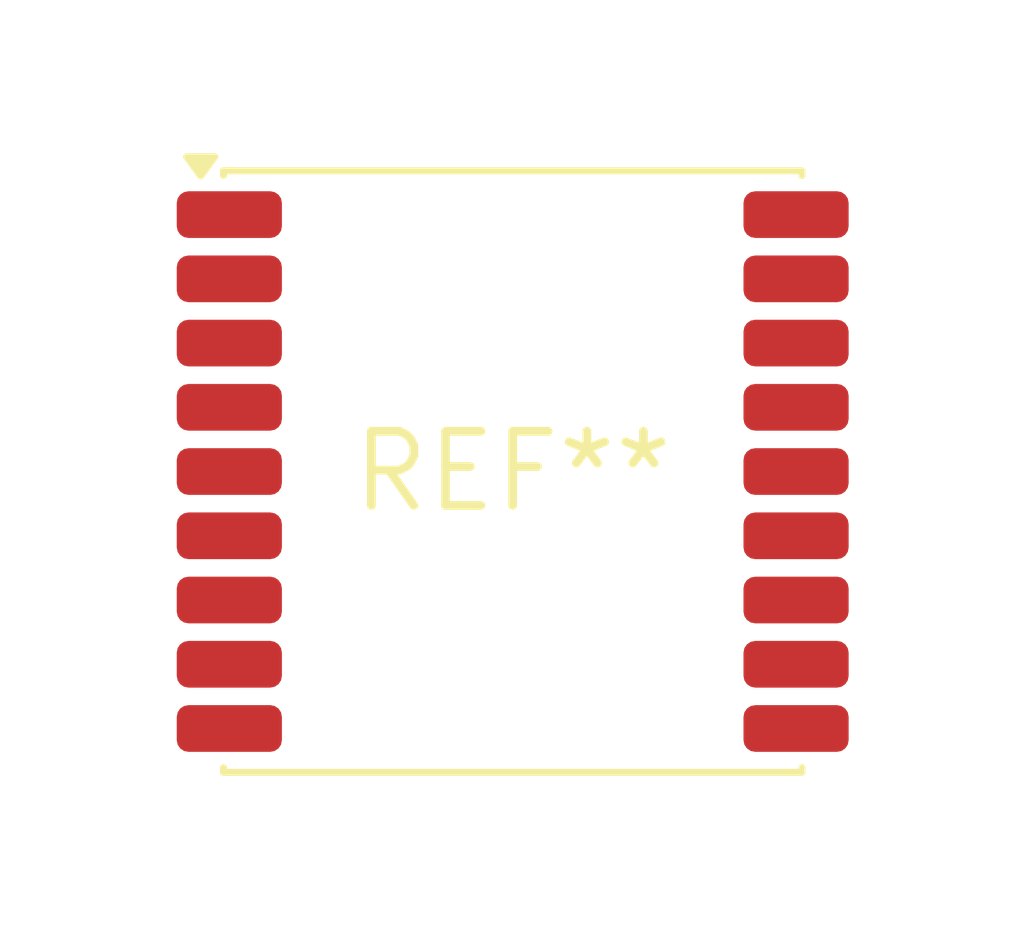
<source format=kicad_pcb>
(kicad_pcb (version 20240108) (generator pcbnew)
  (layers (0 "F.Cu" signal) (31 "B.Cu" signal) (34 "B.Paste" user) (35 "F.Paste" user) (36 "B.SilkS" user "B.Silkscreen") (37 "F.SilkS" user "F.Silkscreen") (38 "B.Mask" user) (39 "F.Mask" user) (44 "Edge.Cuts" user))
  (net 0 "")
  (footprint "Quectel_L76" (layer "F.Cu") (at 0 0)
    (property "Reference" "REF**")
    (property "Value" "Quectel_L76")
    (fp_line (start -4.95 -5.07) (end -4.95 -5.15) (layer "F.SilkS") (stroke (width 0.12)))
    (fp_line (start -4.95 5.07) (end -4.95 5.15) (layer "F.SilkS") (stroke (width 0.12)))
    (fp_line (start -4.95 5.15) (end 4.95 5.15) (layer "F.SilkS") (stroke (width 0.12)))
    (fp_line (start 4.95 -5.15) (end -4.95 -5.15) (layer "F.SilkS") (stroke (width 0.12)))
    (fp_line (start 4.95 -5.07) (end 4.95 -5.15) (layer "F.SilkS") (stroke (width 0.12)))
    (fp_line (start 4.95 5.07) (end 4.95 5.15) (layer "F.SilkS") (stroke (width 0.12)))
    (fp_poly (pts (xy -5.34 -5.06) (xy -5.58 -5.39) (xy -5.1 -5.39) (xy -5.34 -5.06)) (layer "F.SilkS") (stroke (width 0.12)) (fill solid))
    (pad "1" smd roundrect (at -4.85 -4.4) (size 1.8 0.8) (layers "F.Cu" "F.Paste" "F.Mask"))
    (pad "2" smd roundrect (at -4.85 -3.3) (size 1.8 0.8) (layers "F.Cu" "F.Paste" "F.Mask"))
    (pad "3" smd roundrect (at -4.85 -2.2) (size 1.8 0.8) (layers "F.Cu" "F.Paste" "F.Mask"))
    (pad "4" smd roundrect (at -4.85 -1.1) (size 1.8 0.8) (layers "F.Cu" "F.Paste" "F.Mask"))
    (pad "5" smd roundrect (at -4.85 0) (size 1.8 0.8) (layers "F.Cu" "F.Paste" "F.Mask"))
    (pad "6" smd roundrect (at -4.85 1.1) (size 1.8 0.8) (layers "F.Cu" "F.Paste" "F.Mask"))
    (pad "7" smd roundrect (at -4.85 2.2) (size 1.8 0.8) (layers "F.Cu" "F.Paste" "F.Mask"))
    (pad "8" smd roundrect (at -4.85 3.3) (size 1.8 0.8) (layers "F.Cu" "F.Paste" "F.Mask"))
    (pad "9" smd roundrect (at -4.85 4.4) (size 1.8 0.8) (layers "F.Cu" "F.Paste" "F.Mask"))
    (pad "10" smd roundrect (at 4.85 4.4) (size 1.8 0.8) (layers "F.Cu" "F.Paste" "F.Mask"))
    (pad "11" smd roundrect (at 4.85 3.3) (size 1.8 0.8) (layers "F.Cu" "F.Paste" "F.Mask"))
    (pad "12" smd roundrect (at 4.85 2.2) (size 1.8 0.8) (layers "F.Cu" "F.Paste" "F.Mask"))
    (pad "13" smd roundrect (at 4.85 1.1) (size 1.8 0.8) (layers "F.Cu" "F.Paste" "F.Mask"))
    (pad "14" smd roundrect (at 4.85 0) (size 1.8 0.8) (layers "F.Cu" "F.Paste" "F.Mask"))
    (pad "15" smd roundrect (at 4.85 -1.1) (size 1.8 0.8) (layers "F.Cu" "F.Paste" "F.Mask"))
    (pad "16" smd roundrect (at 4.85 -2.2) (size 1.8 0.8) (layers "F.Cu" "F.Paste" "F.Mask"))
    (pad "17" smd roundrect (at 4.85 -3.3) (size 1.8 0.8) (layers "F.Cu" "F.Paste" "F.Mask"))
    (pad "18" smd roundrect (at 4.85 -4.4) (size 1.8 0.8) (layers "F.Cu" "F.Paste" "F.Mask"))
  )
)
</source>
